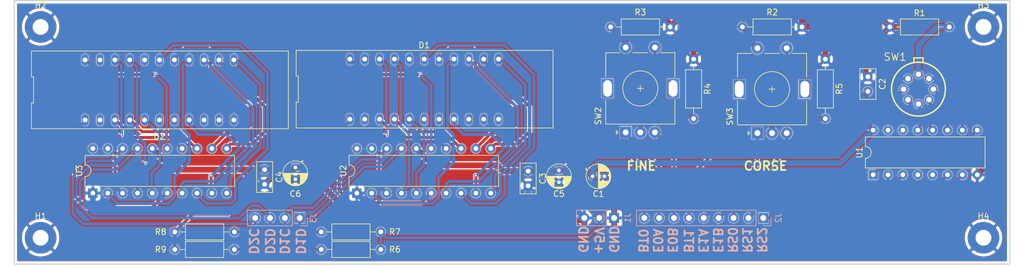
<source format=kicad_pcb>
(kicad_pcb (version 20240108) (generator "pcbnew") (generator_version "8.0")
  (layers (0 "F.Cu" signal) (31 "B.Cu" signal) (34 "B.Paste" user) (35 "F.Paste" user) (36 "B.SilkS" user "B.Silkscreen") (37 "F.SilkS" user "F.Silkscreen") (38 "B.Mask" user) (39 "F.Mask" user) (44 "Edge.Cuts" user))
  (net 0 "")
  (net 1 "VDD")
  (net 2 "GND")
  (net 3 "/D1_SEG1")
  (net 4 "/D1_SEG5")
  (net 5 "/D1_GRID6")
  (net 6 "/D1_GRID5")
  (net 7 "/D1_GRID1")
  (net 8 "/D1_GRID3")
  (net 9 "/D1_GRID2")
  (net 10 "/D1_SEG4")
  (net 11 "/D1_SEG3")
  (net 12 "/D1_SEG6")
  (net 13 "/D1_GRID4")
  (net 14 "/D1_SEG7")
  (net 15 "/D1_SEG8")
  (net 16 "/D1_SEG2")
  (net 17 "/D2_GRID4")
  (net 18 "/D2_SEG3")
  (net 19 "/D2_SEG6")
  (net 20 "/D2_GRID6")
  (net 21 "/D2_GRID3")
  (net 22 "/D2_SEG7")
  (net 23 "/D2_GRID1")
  (net 24 "/D2_SEG8")
  (net 25 "/D2_GRID2")
  (net 26 "/D2_SEG1")
  (net 27 "/D2_SEG2")
  (net 28 "/D2_GRID5")
  (net 29 "/D2_SEG5")
  (net 30 "/D2_SEG4")
  (net 31 "/D1_DIO")
  (net 32 "/D2_DIO")
  (net 33 "/D2_CLK")
  (net 34 "/D1_CLK")
  (net 35 "/rotaryEI_B")
  (net 36 "/rotaryEO_B")
  (net 37 "/RSWO_2")
  (net 38 "/rotaryEO_A")
  (net 39 "/rotaryEI_A")
  (net 40 "/RSWO_1")
  (net 41 "/RSWO_3")
  (net 42 "Net-(R2-Pad2)")
  (net 43 "Net-(R3-Pad2)")
  (net 44 "Net-(R4-Pad2)")
  (net 45 "/RSW_5")
  (net 46 "/RSW_4")
  (net 47 "/RSW_2")
  (net 48 "/RSW_3")
  (net 49 "/RSW_1")
  (net 50 "/RSW_7")
  (net 51 "/RSW_6")
  (net 60 "/BUTTON_1")
  (net 61 "Net-(R1-Pad2)")
  (net 62 "Net-(R5-Pad2)")
  (net 63 "/BUTTON_0")
  (footprint "Package_DIP:DIP-16_W7.62mm" (layer "F.Cu") (at 231.16 119.74 90)
    (property "Reference" "U1")
    (property "Value" "74LS148")
  )
  (footprint "MountingHole:MountingHole_2.7mm_M2.5_Pad" (layer "F.Cu") (at 250 130.5)
    (property "Reference" "H4")
    (property "Value" "MountingHole_Pad")
  )
  (footprint "Package_DIP:DIP-20_W7.62mm" (layer "F.Cu") (at 143 122.875 90)
    (property "Reference" "U2")
    (property "Value" "TM1637")
  )
  (footprint "Resistor_THT:R_Axial_DIN0207_L6.3mm_D2.5mm_P10.16mm_Horizontal" (layer "F.Cu") (at 200.5 100 -90)
    (property "Reference" "R4")
    (property "Value" "1k")
  )
  (footprint "Capacitor_THT:CP_Radial_D4.0mm_P2.00mm" (layer "F.Cu") (at 183.25 120)
    (property "Reference" "C1")
    (property "Value" "100uF")
  )
  (footprint "Capacitor_THT:C_Disc_D5.0mm_W2.5mm_P2.50mm" (layer "F.Cu") (at 127.25 118.875 -90)
    (property "Reference" "C4")
    (property "Value" "100nF")
  )
  (footprint "Capacitor_THT:CP_Radial_D4.0mm_P2.00mm" (layer "F.Cu") (at 177.5 119 -90)
    (property "Reference" "C5")
    (property "Value" "100uF")
  )
  (footprint "Resistor_THT:R_Axial_DIN0207_L6.3mm_D2.5mm_P10.16mm_Horizontal" (layer "F.Cu") (at 136.92 129.5)
    (property "Reference" "R7")
    (property "Value" "10k")
  )
  (footprint "radio_footprints:ALPSALPINE EC11E09444A8" (layer "F.Cu") (at 188.9 112.5 90)
    (property "Reference" "SW2")
    (property "Value" "RotaryEncoder_Switch")
  )
  (footprint "Resistor_THT:R_Axial_DIN0207_L6.3mm_D2.5mm_P10.16mm_Horizontal" (layer "F.Cu") (at 122.08 129.5 180)
    (property "Reference" "R8")
    (property "Value" "10k")
  )
  (footprint "Capacitor_THT:C_Disc_D5.0mm_W2.5mm_P2.50mm" (layer "F.Cu") (at 230.25 103 -90)
    (property "Reference" "C2")
    (property "Value" "100nF")
  )
  (footprint "Capacitor_THT:C_Disc_D5.0mm_W2.5mm_P2.50mm" (layer "F.Cu") (at 172.25 119.125 -90)
    (property "Reference" "C3")
    (property "Value" "100nF")
  )
  (footprint "MountingHole:MountingHole_2.7mm_M2.5_Pad" (layer "F.Cu") (at 250 94.5)
    (property "Reference" "H3")
    (property "Value" "MountingHole_Pad")
  )
  (footprint "Resistor_THT:R_Axial_DIN0207_L6.3mm_D2.5mm_P10.16mm_Horizontal" (layer "F.Cu") (at 196.5 94.5 180)
    (property "Reference" "R3")
    (property "Value" "1k")
  )
  (footprint "radio_footprints:FJ3661AH-DIP22" (layer "F.Cu") (at 109.3 105.255)
    (property "Reference" "D2")
    (property "Value" "FJ3661AH")
  )
  (footprint "radio_footprints:ALPSALPINE EC11E09444A8" (layer "F.Cu") (at 211.4 112.62 90)
    (property "Reference" "SW3")
    (property "Value" "RotaryEncoder_Switch")
  )
  (footprint "radio_footprints:SW-TH_RS-08-300-150GF" (layer "F.Cu") (at 238.9 105.12)
    (property "Reference" "SW1")
    (property "Value" "RS-08 300±150GF")
  )
  (footprint "Resistor_THT:R_Axial_DIN0207_L6.3mm_D2.5mm_P10.16mm_Horizontal" (layer "F.Cu") (at 234 94.5)
    (property "Reference" "R1")
    (property "Value" "1k")
  )
  (footprint "Capacitor_THT:CP_Radial_D4.0mm_P2.00mm" (layer "F.Cu") (at 132.5 118.5 -90)
    (property "Reference" "C6")
    (property "Value" "100uF")
  )
  (footprint "Resistor_THT:R_Axial_DIN0207_L6.3mm_D2.5mm_P10.16mm_Horizontal" (layer "F.Cu") (at 136.92 132.5)
    (property "Reference" "R6")
    (property "Value" "10k")
  )
  (footprint "MountingHole:MountingHole_2.7mm_M2.5_Pad" (layer "F.Cu") (at 89 94.5)
    (property "Reference" "H2")
    (property "Value" "MountingHole_Pad")
  )
  (footprint "Resistor_THT:R_Axial_DIN0207_L6.3mm_D2.5mm_P10.16mm_Horizontal" (layer "F.Cu") (at 219 94.5 180)
    (property "Reference" "R2")
    (property "Value" "1k")
  )
  (footprint "Resistor_THT:R_Axial_DIN0207_L6.3mm_D2.5mm_P10.16mm_Horizontal" (layer "F.Cu") (at 223 100 -90)
    (property "Reference" "R5")
    (property "Value" "1k")
  )
  (footprint "Resistor_THT:R_Axial_DIN0207_L6.3mm_D2.5mm_P10.16mm_Horizontal" (layer "F.Cu") (at 122.08 132.5 180)
    (property "Reference" "R9")
    (property "Value" "10k")
  )
  (footprint "Package_DIP:DIP-20_W7.62mm" (layer "F.Cu") (at 97.92 122.875 90)
    (property "Reference" "U3")
    (property "Value" "TM1637")
  )
  (footprint "radio_footprints:FJ3661AH-DIP22" (layer "F.Cu") (at 154.5 105.125)
    (property "Reference" "D1")
    (property "Value" "FJ3661AH")
  )
  (footprint "MountingHole:MountingHole_2.7mm_M2.5_Pad" (layer "F.Cu") (at 89 130.5)
    (property "Reference" "H1")
    (property "Value" "MountingHole_Pad")
  )
  (footprint "Connector_PinHeader_2.54mm:PinHeader_1x03_P2.54mm_Vertical" (layer "B.Cu") (at 186.925 127.12 90)
    (property "Reference" "J1")
    (property "Value" "Conn_01x03")
  )
  (footprint "Connector_PinHeader_2.54mm:PinHeader_1x09_P2.54mm_Vertical" (layer "B.Cu") (at 212.4 127.12 90)
    (property "Reference" "J2")
    (property "Value" "Conn_01x09")
  )
  (footprint "Connector_PinHeader_2.54mm:PinHeader_1x04_P2.54mm_Vertical" (layer "B.Cu") (at 133.25 127.125 90)
    (property "Reference" "J3")
    (property "Value" "Conn_01x04")
  )
  (gr_rect (start 84.5 90) (end 254.5 135) (stroke (width 0.2)) (fill none) (layer "Edge.Cuts"))
  (gr_text "BT0" (at 191 133.25 270) (layer "B.SilkS") (effects (font (size 1.5 1.5) (thickness 0.3) (bold yes)) (justify left bottom mirror)))
  (gr_text "GND" (at 180.75 133.25 -90) (layer "B.SilkS") (effects (font (size 1.5 1.5) (thickness 0.3) (bold yes)) (justify left bottom mirror)))
  (gr_text "D1D" (at 132.5 133.5 270) (layer "B.SilkS") (effects (font (size 1.5 1.5) (thickness 0.3) (bold yes)) (justify left bottom mirror)))
  (gr_text "RS0" (at 206.25 133.25 270) (layer "B.SilkS") (effects (font (size 1.5 1.5) (thickness 0.3) (bold yes)) (justify left bottom mirror)))
  (gr_text "+5V" (at 183.5 133.5 270) (layer "B.SilkS") (effects (font (size 1.5 1.5) (thickness 0.3) (bold yes)) (justify left bottom mirror)))
  (gr_text "RS1\n" (at 208.75 133.25 270) (layer "B.SilkS") (effects (font (size 1.5 1.5) (thickness 0.3) (bold yes)) (justify left bottom mirror)))
  (gr_text "GND" (at 186 133.25 -90) (layer "B.SilkS") (effects (font (size 1.5 1.5) (thickness 0.3) (bold yes)) (justify left bottom mirror)))
  (gr_text "D1C" (at 129.75 133.5 270) (layer "B.SilkS") (effects (font (size 1.5 1.5) (thickness 0.3) (bold yes)) (justify left bottom mirror)))
  (gr_text "E0A" (at 193.5 133.25 270) (layer "B.SilkS") (effects (font (size 1.5 1.5) (thickness 0.3) (bold yes)) (justify left bottom mirror)))
  (gr_text "BT1\n" (at 198.75 133.25 270) (layer "B.SilkS") (effects (font (size 1.5 1.5) (thickness 0.3) (bold yes)) (justify left bottom mirror)))
  (gr_text "RS2" (at 211.25 133.25 270) (layer "B.SilkS") (effects (font (size 1.5 1.5) (thickness 0.3) (bold yes)) (justify left bottom mirror)))
  (gr_text "E0B\n" (at 196 133.25 270) (layer "B.SilkS") (effects (font (size 1.5 1.5) (thickness 0.3) (bold yes)) (justify left bottom mirror)))
  (gr_text "E1A" (at 201.25 133.25 270) (layer "B.SilkS") (effects (font (size 1.5 1.5) (thickness 0.3) (bold yes)) (justify left bottom mirror)))
  (gr_text "D2D" (at 127.25 133.5 270) (layer "B.SilkS") (effects (font (size 1.5 1.5) (thickness 0.3) (bold yes)) (justify left bottom mirror)))
  (gr_text "E1B" (at 203.75 133.25 270) (layer "B.SilkS") (effects (font (size 1.5 1.5) (thickness 0.3) (bold yes)) (justify left bottom mirror)))
  (gr_text "D2C" (at 124.5 133.5 270) (layer "B.SilkS") (effects (font (size 1.5 1.5) (thickness 0.3) (bold yes)) (justify left bottom mirror)))
  (gr_text "CORSE" (at 208.9 119.12 0) (layer "F.SilkS") (effects (font (size 1.5 1.5) (thickness 0.3) (bold yes)) (justify left bottom)))
  (gr_text "FINE" (at 188.9 119.12 0) (layer "F.SilkS") (effects (font (size 1.5 1.5) (thickness 0.3) (bold yes)) (justify left bottom)))
  (segment (start 177.75 126) (end 179 124.75) (width 1) (layer "F.Cu") (net 1))
  (segment (start 111.7 118.875) (end 124 118.875) (width 1) (layer "F.Cu") (net 1))
  (segment (start 179 124.75) (end 182.015 124.75) (width 1) (layer "F.Cu") (net 1))
  (segment (start 182.015 124.75) (end 184.385 127.12) (width 1) (layer "F.Cu") (net 1))
  (segment (start 121 126.5) (end 114.92 126.5) (width 0.5) (layer "F.Cu") (net 1))
  (segment (start 111.92 129.5) (end 111.92 132.5) (width 0.5) (layer "F.Cu") (net 1))
  (segment (start 182.25 119) (end 177.5 119) (width 1) (layer "F.Cu") (net 1))
  (segment (start 141.5 126) (end 177.75 126) (width 1) (layer "F.Cu") (net 1))
  (segment (start 108.08 115.255) (end 111.7 118.875) (width 1) (layer "F.Cu") (net 1))
  (segment (start 134 118.5) (end 141.5 126) (width 1) (layer "F.Cu") (net 1))
  (segment (start 127.25 118.875) (end 132.125 118.875) (width 1) (layer "F.Cu") (net 1))
  (segment (start 114.92 126.5) (end 111.92 129.5) (width 0.5) (layer "F.Cu") (net 1))
  (segment (start 177.375 119.125) (end 177.5 119) (width 1) (layer "F.Cu") (net 1))
  (segment (start 124 118.875) (end 127.25 118.875) (width 1) (layer "F.Cu") (net 1))
  (segment (start 229.9 110.86) (end 231.16 112.12) (width 1) (layer "F.Cu") (net 1))
  (segment (start 184.5 121.25) (end 183.25 120) (width 1) (layer "F.Cu") (net 1))
  (segment (start 230.25 105.5) (end 229.9 105.85) (width 1) (layer "F.Cu") (net 1))
  (segment (start 124 118.875) (end 124 123.5) (width 0.5) (layer "F.Cu") (net 1))
  (segment (start 156.03 118.125) (end 167 118.125) (width 1) (layer "F.Cu") (net 1))
  (segment (start 168 119.125) (end 172.25 119.125) (width 1) (layer "F.Cu") (net 1))
  (segment (start 132.125 118.875) (end 132.5 118.5) (width 1) (layer "F.Cu") (net 1))
  (segment (start 132.5 118.5) (end 134 118.5) (width 1) (layer "F.Cu") (net 1))
  (segment (start 172.25 119.125) (end 177.375 119.125) (width 1) (layer "F.Cu") (net 1))
  (segment (start 153.16 115.255) (end 156.03 118.125) (width 1) (layer "F.Cu") (net 1))
  (segment (start 183.25 120) (end 182.25 119) (width 1) (layer "F.Cu") (net 1))
  (segment (start 184.5 127.005) (end 184.5 121.25) (width 1) (layer "F.Cu") (net 1))
  (segment (start 184.385 127.12) (end 184.5 127.005) (width 1) (layer "F.Cu") (net 1))
  (segment (start 167 118.125) (end 168 119.125) (width 1) (layer "F.Cu") (net 1))
  (segment (start 124 123.5) (end 121 126.5) (width 0.5) (layer "F.Cu") (net 1))
  (segment (start 229.9 105.85) (end 229.9 110.86) (width 1) (layer "F.Cu") (net 1))
  (segment (start 148.08 130.5) (end 182.5 130.5) (width 0.5) (layer "B.Cu") (net 1))
  (segment (start 225.53 117.75) (end 184.25 117.75) (width 1) (layer "B.Cu") (net 1))
  (segment (start 147.08 129.5) (end 148.08 130.5) (width 0.5) (layer "B.Cu") (net 1))
  (segment (start 184.385 128.615) (end 184.385 127.12) (width 0.5) (layer "B.Cu") (net 1))
  (segment (start 184.25 117.75) (end 183.25 118.75) (width 1) (layer "B.Cu") (net 1))
  (segment (start 225.53 117.75) (end 231.16 112.12) (width 1) (layer "B.Cu") (net 1))
  (segment (start 182.5 130.5) (end 184.385 128.615) (width 0.5) (layer "B.Cu") (net 1))
  (segment (start 183.25 118.75) (end 183.25 120) (width 1) (layer "B.Cu") (net 1))
  (segment (start 147.08 132.5) (end 147.08 129.5) (width 0.5) (layer "B.Cu") (net 1))
  (segment (start 219 94.5) (end 220.38 93.12) (width 1) (layer "F.Cu") (net 2))
  (segment (start 251 117.68) (end 248.94 119.74) (width 1) (layer "F.Cu") (net 2))
  (segment (start 229.9 98.6) (end 234 94.5) (width 1) (layer "F.Cu") (net 2))
  (segment (start 223 97.12) (end 223 100) (width 1) (layer "F.Cu") (net 2))
  (segment (start 181.465 127.5) (end 181.845 127.12) (width 1) (layer "F.Cu") (net 2))
  (segment (start 181.845 127.12) (end 181.845 128.565) (width 1) (layer "F.Cu") (net 2))
  (segment (start 204.41 91.61) (end 217.49 91.61) (width 1) (layer "F.Cu") (net 2))
  (segment (start 186.925 129.095) (end 186.925 127.12) (width 1) (layer "F.Cu") (net 2))
  (segment (start 181.75 113) (end 181.75 93.75) (width 1) (layer "F.Cu") (net 2))
  (segment (start 185.25 116.5) (end 181.75 113) (width 1) (layer "F.Cu") (net 2))
  (segment (start 230.25 103) (end 229.9 102.65) (width 1) (layer "F.Cu") (net 2))
  (segment (start 200.5 95.52) (end 200.5 100) (width 1) (layer "F.Cu") (net 2))
  (segment (start 127.25 121.375) (end 128.25 120.375) (width 1) (layer "F.Cu") (net 2))
  (segment (start 182.9 129.62) (end 186.4 129.62) (width 1) (layer "F.Cu") (net 2))
  (segment (start 185.25 120) (end 185.25 116.5) (width 1) (layer "F.Cu") (net 2))
  (segment (start 196.5 94) (end 196.5 94.5) (width 1) (layer "F.Cu") (net 2))
  (segment (start 232.62 93.12) (end 234 94.5) (width 1) (layer "F.Cu") (net 2))
  (segment (start 196.5 94.5) (end 197.88 93.12) (width 1) (layer "F.Cu") (net 2))
  (segment (start 202.9 93.12) (end 200.5 95.52) (width 1) (layer "F.Cu") (net 2))
  (segment (start 251 106.75) (end 251 117.68) (width 1) (layer "F.Cu") (net 2))
  (segment (start 128.25 120.375) (end 133.375 120.375) (width 1) (layer "F.Cu") (net 2))
  (segment (start 181.75 93.75) (end 183.5 92) (width 1) (layer "F.Cu") (net 2))
  (segment (start 140.5 127.5) (end 181.465 127.5) (width 1) (layer "F.Cu") (net 2))
  (segment (start 197.88 93.12) (end 202.9 93.12) (width 1) (layer "F.Cu") (net 2))
  (segment (start 186.925 127.12) (end 186.925 121.675) (width 1) (layer "F.Cu") (net 2))
  (segment (start 186.4 129.62) (end 186.925 129.095) (width 1) (layer "F.Cu") (net 2))
  (segment (start 238.75 94.5) (end 251 106.75) (width 1) (layer "F.Cu") (net 2))
  (segment (start 217.49 91.61) (end 219 93.12) (width 1) (layer "F.Cu") (net 2))
  (segment (start 219 93.12) (end 219 94.5) (width 1) (layer "F.Cu") (net 2))
  (segment (start 229.9 102.65) (end 229.9 98.6) (width 1) (layer "F.Cu") (net 2))
  (segment (start 186.925 121.675) (end 185.25 120) (width 1) (layer "F.Cu") (net 2))
  (segment (start 220.38 94.5) (end 223 97.12) (width 1) (layer "F.Cu") (net 2))
  (segment (start 181.845 128.565) (end 182.9 129.62) (width 1) (layer "F.Cu") (net 2))
  (segment (start 183.5 92) (end 194.5 92) (width 1) (layer "F.Cu") (net 2))
  (segment (start 202.9 93.12) (end 204.41 91.61) (width 1) (layer "F.Cu") (net 2))
  (segment (start 220.38 93.12) (end 232.62 93.12) (width 1) (layer "F.Cu") (net 2))
  (segment (start 219 94.5) (end 220.38 94.5) (width 1) (layer "F.Cu") (net 2))
  (segment (start 133.375 120.375) (end 140.5 127.5) (width 1) (layer "F.Cu") (net 2))
  (segment (start 234 94.5) (end 238.75 94.5) (width 1) (layer "F.Cu") (net 2))
  (segment (start 194.5 92) (end 196.5 94) (width 1) (layer "F.Cu") (net 2))
  (segment (start 99.25 125.875) (end 121.75 125.875) (width 1) (layer "B.Cu") (net 2))
  (segment (start 169.75 127.375) (end 147.5 127.375) (width 1) (layer "B.Cu") (net 2))
  (segment (start 126.25 121.375) (end 127.25 121.375) (width 1) (layer "B.Cu") (net 2))
  (segment (start 181.845 127.12) (end 179.975 125.25) (width 1) (layer "B.Cu") (net 2))
  (segment (start 121.75 125.875) (end 126.25 121.375) (width 1) (layer "B.Cu") (net 2))
  (segment (start 179.975 125.25) (end 178.375 125.25) (width 1) (layer "B.Cu") (net 2))
  (segment (start 97.92 124.545) (end 99.25 125.875) (width 1) (layer "B.Cu") (net 2))
  (segment (start 147.5 127.375) (end 143 122.875) (width 1) (layer "B.Cu") (net 2))
  (segment (start 177.125 121.375) (end 172.5 121.375) (width 1) (layer "B.Cu") (net 2))
  (segment (start 97.92 122.875) (end 97.92 124.545) (width 1) (layer "B.Cu") (net 2))
  (segment (start 177.5 121) (end 177.125 121.375) (width 1) (layer "B.Cu") (net 2))
  (segment (start 177.5 121) (end 177.5 124.375) (width 1) (layer "B.Cu") (net 2))
  (segment (start 177.5 124.375) (end 178.375 125.25) (width 1) (layer "B.Cu") (net 2))
  (segment (start 172.25 124.875) (end 169.75 127.375) (width 1) (layer "B.Cu") (net 2))
  (segment (start 172.5 121.375) (end 172.25 121.625) (width 1) (layer "B.Cu") (net 2))
  (segment (start 172.25 121.625) (end 172.25 124.875) (width 1) (layer "B.Cu") (net 2))
  (segment (start 156 124.625) (end 156.97 123.655) (width 0.5) (layer "B.Cu") (net 3))
  (segment (start 158.5 111.875) (end 158.5 101.075) (width 0.5) (layer "B.Cu") (net 3))
  (segment (start 159.5 117.625) (end 159.5 112.875) (width 0.5) (layer "B.Cu") (net 3))
  (segment (start 156.97 120.155) (end 159.5 117.625) (width 0.5) (layer "B.Cu") (net 3))
  (segment (start 147.29 124.625) (end 156 124.625) (width 0.5) (layer "B.Cu") (net 3))
  (segment (start 159.5 112.875) (end 158.5 111.875) (width 0.5) (layer "B.Cu") (net 3))
  (segment (start 145.54 122.875) (end 147.29 124.625) (width 0.5) (layer "B.Cu") (net 3))
  (segment (start 158.5 101.075) (end 159.58 99.995) (width 0.5) (layer "B.Cu") (net 3))
  (segment (start 156.97 123.655) (end 156.97 120.155) (width 0.5) (layer "B.Cu") (net 3))
  (segment (start 141.8 110.575) (end 141.8 110.255) (width 0.5) (layer "F.Cu") (net 4))
  (segment (start 140 122.5) (end 140 112.375) (width 0.5) (layer "F.Cu") (net 4))
  (segment (start 140 112.375) (end 141.8 110.575) (width 0.5) (layer "F.Cu") (net 4))
  (segment (start 154.075 124.5) (end 142 124.5) (width 0.5) (layer "F.Cu") (net 4))
  (segment (start 142 124.5) (end 140 122.5) (width 0.5) (layer "F.Cu") (net 4))
  (segment (start 155.7 122.875) (end 154.075 124.5) (width 0.5) (layer "F.Cu") (net 4))
  (segment (start 166.61 119.765) (end 166.61 122.125) (width 0.5) (layer "B.Cu") (net 5))
  (segment (start 171.75 104.375) (end 171.75 114.625) (width 0.5) (layer "B.Cu") (net 5))
  (segment (start 167.2 99.995) (end 167.37 99.995) (width 0.5) (layer "B.Cu") (net 5))
  (segment (start 171.75 114.625) (end 166.61 119.765) (width 0.5) (layer "B.Cu") (net 5))
  (segment (start 167.37 99.995) (end 171.75 104.375) (width 0.5) (layer "B.Cu") (net 5))
  (segment (start 166.61 122.125) (end 165.86 122.875) (width 0.5) (layer "B.Cu") (net 5))
  (segment (start 164.66 100.285) (end 172.5 108.125) (width 0.5) (layer "F.Cu") (net 6))
  (segment (start 166.61 114.505) (end 165.86 115.255) (width 0.5) (layer "F.Cu") (net 6))
  (segment (start 170.37 114.505) (end 166.61 114.505) (width 0.5) (layer "F.Cu") (net 6))
  (segment (start 164.66 99.995) (end 164.66 100.285) (width 0.5) (layer "F.Cu") (net 6))
  (segment (start 172.5 112.375) (end 170.37 114.505) (width 0.5) (layer "F.Cu") (net 6))
  (segment (start 172.5 108.125) (end 172.5 112.375) (width 0.5) (layer "F.Cu") (net 6))
  (segment (start 144.43 102.625) (end 141.8 99.995) (width 0.5) (layer "F.Cu") (net 7))
  (segment (start 153.75 102.625) (end 144.43 102.625) (width 0.5) (layer "F.Cu") (net 7))
  (via (at 153.75 102.625) (size 0.6) (drill 0.3) (layers "F.Cu" "B.Cu") (net 7))
  (segment (start 153.75 102.625) (end 155.7 104.575) (width 0.5) (layer "B.Cu") (net 7))
  (segment (start 155.7 104.575) (end 155.7 115.255) (width 0.5) (layer "B.Cu") (net 7))
  (segment (start 157.9 112.375) (end 151.54 112.375) (width 0.5) (layer "F.Cu") (net 8))
  (segment (start 160.78 115.255) (end 157.9 112.375) (width 0.5) (layer "F.Cu") (net 8))
  (segment (start 151.54 112.375) (end 149.42 110.255) (width 0.5) (layer "F.Cu") (net 8))
  (segment (start 158.24 115.255) (end 156.36 113.375) (width 0.5) (layer "F.Cu") (net 9))
  (segment (start 150 113.375) (end 146.88 110.255) (width 0.5) (layer "F.Cu") (net 9))
  (segment (start 156.36 113.375) (end 150 113.375) (width 0.5) (layer "F.Cu") (net 9))
  (segment (start 153.16 122.875) (end 153.16 119.465) (width 0.5) (layer "B.Cu") (net 10))
  (segment (start 154.43 112.725) (end 151.96 110.255) (width 0.5) (layer "B.Cu") (net 10))
  (segment (start 153.16 119.465) (end 154.43 118.195) (width 0.5) (layer "B.Cu") (net 10))
  (segment (start 154.43 118.195) (end 154.43 112.725) (width 0.5) (layer "B.Cu") (net 10))
  (segment (start 150.5 111.375) (end 150.5 101.075) (width 0.5) (layer "B.Cu") (net 11))
  (segment (start 151.9 121.595) (end 151.9 112.775) (width 0.5) (layer "B.Cu") (net 11))
  (segment (start 151.9 112.775) (end 150.5 111.375) (width 0.5) (layer "B.Cu") (net 11))
  (segment (start 150.62 122.875) (end 151.9 121.595) (width 0.5) (layer "B.Cu") (net 11))
  (segment (start 150.5 101.075) (end 149.42 99.995) (width 0.5) (layer "B.Cu") (net 11))
  (segment (start 158.24 122.875) (end 158.24 121.385) (width 0.5) (layer "B.Cu") (net 12))
  (segment (start 170.5 114.125) (end 170.5 108.375) (width 0.5) (layer "B.Cu") (net 12))
  (segment (start 158.24 121.385) (end 158.75 120.875) (width 0.5) (layer "B.Cu") (net 12))
  (segment (start 170.5 108.375) (end 162.12 99.995) (width 0.5) (layer "B.Cu") (net 12))
  (segment (start 158.75 120.875) (end 163.75 120.875) (width 0.5) (layer "B.Cu") (net 12))
  (segment (start 163.75 120.875) (end 170.5 114.125) (width 0.5) (layer "B.Cu") (net 12))
  (segment (start 165.95 112.625) (end 168.5 112.625) (width 0.5) (layer "F.Cu") (net 13))
  (segment (start 169.25 107.375) (end 163.25 101.375) (width 0.5) (layer "F.Cu") (net 13))
  (segment (start 170 107.875) (end 169.5 107.375) (width 0.5) (layer "F.Cu") (net 13))
  (segment (start 163.25 98.625) (end 162.75 98.125) (width 0.5) (layer "F.Cu") (net 13))
  (segment (start 170 111.375) (end 170 107.875) (width 0.5) (layer "F.Cu") (net 13))
  (segment (start 162.75 98.125) (end 158.91 98.125) (width 0.5) (layer "F.Cu") (net 13))
  (segment (start 169.5 107.375) (end 169.25 107.375) (width 0.5) (layer "F.Cu") (net 13))
  (segment (start 163.25 101.375) (end 163.25 98.625) (width 0.5) (layer "F.Cu") (net 13))
  (segment (start 168.5 112.625) (end 169.75 111.375) (width 0.5) (layer "F.Cu") (net 13))
  (segment (start 163.32 115.255) (end 165.95 112.625) (width 0.5) (layer "F.Cu") (net 13))
  (segment (start 169.75 111.375) (end 170 111.375) (width 0.5) (layer "F.Cu") (net 13))
  (segment (start 158.91 98.125) (end 157.04 99.995) (width 0.5) (layer "F.Cu") (net 13))
  (segment (start 162.53 124.625) (end 166.75 124.625) (width 0.5) (layer "B.Cu") (net 14))
  (segment (start 166.75 124.625) (end 168.25 123.125) (width 0.5) (layer "B.Cu") (net 14))
  (segment (start 173.25 102.625) (end 168.25 97.625) (width 0.5) (layer "B.Cu") (net 14))
  (segment (start 168.25 120.125) (end 173.25 115.125) (width 0.5) (layer "B.Cu") (net 14))
  (segment (start 168.25 97.625) (end 156.87 97.625) (width 0.5) (layer "B.Cu") (net 14))
  (segment (start 168.25 123.125) (end 168.25 120.125) (width 0.5) (layer "B.Cu") (net 14))
  (segment (start 160.78 122.875) (end 162.53 124.625) (width 0.5) (layer "B.Cu") (net 14))
  (segment (start 156.87 97.625) (end 154.5 99.995) (width 0.5) (layer "B.Cu") (net 14))
  (segment (start 173.25 115.125) (end 173.25 102.625) (width 0.5) (layer "B.Cu") (net 14))
  (segment (start 163.32 119.875) (end 163.32 122.875) (width 0.5) (layer "F.Cu") (net 15))
  (via (at 163.32 119.875) (size 0.6) (drill 0.3) (layers "F.Cu" "B.Cu") (net 15))
  (segment (start 166 112.875) (end 161.25 112.875) (width 0.5) (layer "B.Cu") (net 15))
  (segment (start 168 115.375) (end 168 114.875) (width 0.5) (layer "B.Cu") (net 15))
  (segment (start 161.25 112.875) (end 159.58 111.205) (width 0.5) (layer "B.Cu") (net 15))
  (segment (start 163.5 119.875) (end 168 115.375) (width 0.5) (layer "B.Cu") (net 15))
  (segment (start 168 114.875) (end 166 112.875) (width 0.5) (layer "B.Cu") (net 15))
  (segment (start 159.58 111.205) (end 159.58 110.255) (width 0.5) (layer "B.Cu") (net 15))
  (segment (start 163.32 119.875) (end 163.5 119.875) (width 0.5) (layer "B.Cu") (net 15))
  (segment (start 148.08 122.875) (end 146.8 121.595) (width 0.5) (layer "F.Cu") (net 16))
  (segment (start 146.8 121.595) (end 146.8 114.075) (width 0.5) (layer "F.Cu") (net 16))
  (segment (start 146.8 114.075) (end 148 112.875) (width 0.5) (layer "F.Cu") (net 16))
  (via (at 148 112.875) (size 0.6) (drill 0.3) (layers "F.Cu" "B.Cu") (net 16))
  (segment (start 148 112.875) (end 148 101.115) (width 0.5) (layer "B.Cu") (net 16))
  (segment (start 148 101.115) (end 146.88 99.995) (width 0.5) (layer "B.Cu") (net 16))
  (segment (start 117.54 98.125) (end 113.7 98.125) (width 0.5) (layer "F.Cu") (net 17))
  (segment (start 124.79 111.375) (end 124.79 107.875) (width 0.5) (layer "F.Cu") (net 17))
  (segment (start 123.29 112.625) (end 124.54 111.375) (width 0.5) (layer "F.Cu") (net 17))
  (segment (start 113.7 98.125) (end 111.83 99.995) (width 0.5) (layer "F.Cu") (net 17))
  (segment (start 120.74 112.625) (end 123.29 112.625) (width 0.5) (layer "F.Cu") (net 17))
  (segment (start 124.54 111.375) (end 124.79 111.375) (width 0.5) (layer "F.Cu") (net 17))
  (segment (start 124.04 107.375) (end 118.04 101.375) (width 0.5) (layer "F.Cu") (net 17))
  (segment (start 118.04 101.375) (end 118.04 98.625) (width 0.5) (layer "F.Cu") (net 17))
  (segment (start 124.29 107.375) (end 124.04 107.375) (width 0.5) (layer "F.Cu") (net 17))
  (segment (start 118.04 98.625) (end 117.54 98.125) (width 0.5) (layer "F.Cu") (net 17))
  (segment (start 118.11 115.255) (end 120.74 112.625) (width 0.5) (layer "F.Cu") (net 17))
  (segment (start 124.79 107.875) (end 124.29 107.375) (width 0.5) (layer "F.Cu") (net 17))
  (segment (start 105.54 122.875) (end 105.54 118.835) (width 0.5) (layer "F.Cu") (net 18))
  (segment (start 105.54 118.835) (end 106.75 117.625) (width 0.5) (layer "F.Cu") (net 18))
  (via (at 106.75 117.625) (size 0.6) (drill 0.3) (layers "F.Cu" "B.Cu") (net 18))
  (segment (start 106.82 117.555) (end 106.82 114.44) (width 0.5) (layer "B.Cu") (net 18))
  (segment (start 105.48 101.385) (end 104.22 100.125) (width 0.5) (layer "B.Cu") (net 18))
  (segment (start 106.75 117.625) (end 106.82 117.555) (width 0.5) (layer "B.Cu") (net 18))
  (segment (start 105.48 113.1) (end 105.48 101.385) (width 0.5) (layer "B.Cu") (net 18))
  (segment (start 106.82 114.44) (end 105.48 113.1) (width 0.5) (layer "B.Cu") (net 18))
  (segment (start 118.54 120.875) (end 125.29 114.125) (width 0.5) (layer "B.Cu") (net 19))
  (segment (start 113.03 121.385) (end 113.54 120.875) (width 0.5) (layer "B.Cu") (net 19))
  (segment (start 113.03 122.875) (end 113.03 121.385) (width 0.5) (layer "B.Cu") (net 19))
  (segment (start 125.29 108.375) (end 116.91 99.995) (width 0.5) (layer "B.Cu") (net 19))
  (segment (start 125.29 114.125) (end 125.29 108.375) (width 0.5) (layer "B.Cu") (net 19))
  (segment (start 113.54 120.875) (end 118.54 120.875) (width 0.5) (layer "B.Cu") (net 19))
  (segment (start 122.16 99.995) (end 126.5 104.335) (width 0.5) (layer "B.Cu") (net 20))
  (segment (start 121.99 99.995) (end 122.16 99.995) (width 0.5) (layer "B.Cu") (net 20))
  (segment (start 126.5 115.125) (end 121.4 120.225) (width 0.5) (layer "B.Cu") (net 20))
  (segment (start 121.4 120.225) (end 121.4 122.125) (width 0.5) (layer "B.Cu") (net 20))
  (segment (start 121.4 122.125) (end 120.65 122.875) (width 0.5) (layer "B.Cu") (net 20))
  (segment (start 126.5 104.335) (end 126.5 115.125) (width 0.5) (layer "B.Cu") (net 20))
  (segment (start 112.69 112.375) (end 106.33 112.375) (width 0.5) (layer "F.Cu") (net 21))
  (segment (start 115.57 115.255) (end 112.69 112.375) (width 0.5) (layer "F.Cu") (net 21))
  (segment (start 106.33 112.375) (end 104.21 110.255) (width 0.5) (layer "F.Cu") (net 21))
  (segment (start 117.32 124.625) (end 121.5 124.625) (width 0.5) (layer "B.Cu") (net 22))
  (segment (start 115.57 122.875) (end 117.32 124.625) (width 0.5) (layer "B.Cu") (net 22))
  (segment (start 111.66 97.625) (end 109.29 99.995) (width 0.5) (layer "B.Cu") (net 22))
  (segment (start 122.25 120.875) (end 127.75 115.375) (width 0.5) (layer "B.Cu") (net 22))
  (segment (start 127.75 102.335) (end 123.04 97.625) (width 0.5) (layer "B.Cu") (net 22))
  (segment (start 127.75 115.375) (end 127.75 102.335) (width 0.5) (layer "B.Cu") (net 22))
  (segment (start 121.5 124.625) (end 122.25 123.875) (width 0.5) (layer "B.Cu") (net 22))
  (segment (start 122.25 123.875) (end 122.25 120.875) (width 0.5) (layer "B.Cu") (net 22))
  (segment (start 123.04 97.625) (end 111.66 97.625) (width 0.5) (layer "B.Cu") (net 22))
  (segment (start 108.54 102.625) (end 99.22 102.625) (width 0.5) (layer "F.Cu") (net 23))
  (segment (start 99.22 102.625) (end 96.59 99.995) (width 0.5) (layer "F.Cu") (net 23))
  (via (at 108.54 102.625) (size 0.6) (drill 0.3) (layers "F.Cu" "B.Cu") (net 23))
  (segment (start 110.49 104.575) (end 110.49 115.255) (width 0.5) (layer "B.Cu") (net 23))
  (segment (start 108.54 102.625) (end 110.49 104.575) (width 0.5) (layer "B.Cu") (net 23))
  (segment (start 118.11 119.875) (end 118.11 122.875) (width 0.5) (layer "F.Cu") (net 24))
  (via (at 118.11 119.875) (size 0.6) (drill 0.3) (layers "F.Cu" "B.Cu") (net 24))
  (segment (start 122.79 114.875) (end 120.79 112.875) (width 0.5) (layer "B.Cu") (net 24))
  (segment (start 120.79 112.875) (end 116.04 112.875) (width 0.5) (layer "B.Cu") (net 24))
  (segment (start 118.29 119.875) (end 122.79 115.375) (width 0.5) (layer "B.Cu") (net 24))
  (segment (start 118.11 119.875) (end 118.29 119.875) (width 0.5) (layer "B.Cu") (net 24))
  (segment (start 116.04 112.875) (end 114.37 111.205) (width 0.5) (layer "B.Cu") (net 24))
  (segment (start 122.79 115.375) (end 122.79 114.875) (width 0.5) (layer "B.Cu") (net 24))
  (segment (start 114.37 111.205) (end 114.37 110.255) (width 0.5) (layer "B.Cu") (net 24))
  (segment (start 113.03 115.255) (end 111.15 113.375) (width 0.5) (layer "F.Cu") (net 25))
  (segment (start 111.15 113.375) (end 104.79 113.375) (width 0.5) (layer "F.Cu") (net 25))
  (segment (start 104.79 113.375) (end 101.67 110.255) (width 0.5) (layer "F.Cu") (net 25))
  (segment (start 114.41 112.995) (end 113.29 111.875) (width 0.5) (layer "B.Cu") (net 26))
  (segment (start 110.79 124.625) (end 111.89 123.525) (width 0.5) (layer "B.Cu") (net 26))
  (segment (start 114.41 117.505) (end 114.41 112.995) (width 0.5) (layer "B.Cu") (net 26))
  (segment (start 113.29 101.075) (end 114.37 99.995) (width 0.5) (layer "B.Cu") (net 26))
  (segment (start 102.08 124.625) (end 110.79 124.625) (width 0.5) (layer "B.Cu") (net 26))
  (segment (start 111.89 123.525) (end 111.89 120.025) (width 0.5) (layer "B.Cu") (net 26))
  (segment (start 111.89 120.025) (end 114.41 117.505) (width 0.5) (layer "B.Cu") (net 26))
  (segment (start 113.29 111.875) (end 113.29 101.075) (width 0.5) (layer "B.Cu") (net 26))
  (segment (start 100.33 122.875) (end 102.08 124.625) (width 0.5) (layer "B.Cu") (net 26))
  (segment (start 101.72 113.945) (end 102.79 112.875) (width 0.5) (layer "F.Cu") (net 27))
  (segment (start 101.72 121.725) (end 101.72 113.945) (width 0.5) (layer "F.Cu") (net 27))
  (segment (start 102.87 122.875) (end 101.72 121.725) (width 0.5) (layer "F.Cu") (net 27))
  (via (at 102.79 112.875) (size 0.6) (drill 0.3) (layers "F.Cu" "B.Cu") (net 27))
  (segment (start 102.79 101.115) (end 101.67 99.995) (width 0.5) (layer "B.Cu") (net 27))
  (segment (start 102.79 112.875) (end 102.79 101.115) (width 0.5) (layer "B.Cu") (net 27))
  (segment (start 127.29 108.125) (end 127.29 112.375) (width 0.5) (layer "F.Cu") (net 28))
  (segment (start 121.4 114.505) (end 120.65 115.255) (width 0.5) (layer "F.Cu") (net 28))
  (segment (start 125.16 114.505) (end 121.4 114.505) (width 0.5) (layer "F.Cu") (net 28))
  (segment (start 127.29 112.375) (end 125.16 114.505) (width 0.5) (layer "F.Cu") (net 28))
  (segment (start 119.45 99.995) (end 119.45 100.285) (width 0.5) (layer "F.Cu") (net 28))
  (segment (start 119.45 100.285) (end 127.29 108.125) (width 0.5) (layer "F.Cu") (net 28))
  (segment (start 107.99 125.375) (end 96.79 125.375) (width 0.5) (layer "F.Cu") (net 29))
  (segment (start 96.79 125.375) (end 94.79 123.375) (width 0.5) (layer "F.Cu") (net 29))
  (segment (start 110.49 122.875) (end 107.99 125.375) (width 0.5) (layer "F.Cu") (net 29))
  (segment (start 94.79 123.375) (end 94.79 112.375) (width 0.5) (layer "F.Cu") (net 29))
  (segment (start 96.59 110.575) (end 96.59 110.255) (width 0.5) (layer "F.Cu") (net 29))
  (segment (start 94.79 112.375) (end 96.59 110.575) (width 0.5) (layer "F.Cu") (net 29))
  (segment (start 109.35 112.855) (end 106.75 110.255) (width 0.5) (layer "B.Cu") (net 30))
  (segment (start 107.95 122.875) (end 107.95 119.465) (width 0.5) (layer "B.Cu") (net 30))
  (segment (start 107.95 119.465) (end 109.35 118.065) (width 0.5) (layer "B.Cu") (net 30))
  (segment (start 109.35 118.065) (end 109.35 112.855) (width 0.5) (layer "B.Cu") (net 30))
  (segment (start 133.25 127.125) (end 133.25 128.75) (width 0.5) (layer "F.Cu") (net 31))
  (segment (start 133.25 128.75) (end 134 129.5) (width 0.5) (layer "F.Cu") (net 31))
  (segment (start 134 129.5) (end 136.92 129.5) (width 0.5) (layer "F.Cu") (net 31))
  (segment (start 135.5 127.125) (end 133.25 127.125) (width 0.5) (layer "B.Cu") (net 31))
  (segment (start 144.25 118.375) (end 135.5 127.125) (width 0.5) (layer "B.Cu") (net 31))
  (segment (start 147.5 118.375) (end 144.25 118.375) (width 0.5) (layer "B.Cu") (net 31))
  (segment (start 150.62 115.255) (end 147.5 118.375) (width 0.5) (layer "B.Cu") (net 31))
  (segment (start 126 132.5) (end 128.17 130.33) (width 0.5) (layer "F.Cu") (net 32))
  (segment (start 122.08 132.5) (end 126 132.5) (width 0.5) (layer "F.Cu") (net 32))
  (segment (start 128.17 130.33) (end 128.17 127.125) (width 0.5) (layer "F.Cu") (net 32))
  (segment (start 95.75 120.875) (end 95.75 125.125) (width 0.5) (layer "B.Cu") (net 32))
  (segment (start 95.75 125.125) (end 97.75 127.125) (width 0.5) (layer "B.Cu") (net 32))
  (segment (start 125 125) (end 126.2725 125) (width 0.5) (layer "B.Cu") (net 32))
  (segment (start 101.92 118.875) (end 97.75 118.875) (width 0.5) (layer "B.Cu") (net 32))
  (segment (start 105.54 115.255) (end 101.92 118.875) (width 0.5) (layer "B.Cu") (net 32))
  (segment (start 122.875 127.125) (end 125 125) (width 0.5) (layer "B.Cu") (net 32))
  (segment (start 97.75 118.875) (end 95.75 120.875) (width 0.5) (layer "B.Cu") (net 32))
  (segment (start 126.2725 125) (end 128.17 126.8975) (width 0.5) (layer "B.Cu") (net 32))
  (segment (start 97.75 127.125) (end 122.875 127.125) (width 0.5) (layer "B.Cu") (net 32))
  (segment (start 128.17 126.8975) (end 128.17 127.125) (width 0.5) (layer "B.Cu") (net 32))
  (segment (start 124.5 129.5) (end 122.08 129.5) (width 0.5) (layer "F.Cu") (net 33))
  (segment (start 125.63 127.125) (end 125.63 128.37) (width 0.5) (layer "F.Cu") (net 33))
  (segment (start 125.63 128.37) (end 124.5 129.5) (width 0.5) (layer "F.Cu") (net 33))
  (segment (start 94.5 126.375) (end 96.25 128.125) (width 0.5) (layer "B.Cu") (net 33))
  (segment (start 103 115.255) (end 100.88 117.375) (width 0.5) (layer "B.Cu") (net 33))
  (segment (start 100.88 117.375) (end 97.25 117.375) (width 0.5) (layer "B.Cu") (net 33))
  (segment (start 124.63 128.125) (end 125.63 127.125) (width 0.5) (layer "B.Cu") (net 33))
  (segment (start 97.25 117.375) (end 94.5 120.125) (width 0.5) (layer "B.Cu") (net 33))
  (segment (start 96.25 128.125) (end 124.63 128.125) (width 0.5) (layer "B.Cu") (net 33))
  (segment (start 94.5 120.125) (end 94.5 126.375) (width 0.5) (layer "B.Cu") (net 33))
  (segment (start 136.92 132.5) (end 133 132.5) (width 0.5) (layer "F.Cu") (net 34))
  (segment (start 133 132.5) (end 130.71 130.21) (width 0.5) (layer "F.Cu") (net 34))
  (segment (start 130.71 130.21) (end 130.71 127.125) (width 0.5) (layer "F.Cu") (net 34))
  (segment (start 143.75 117.125) (end 135.5 125.375) (width 0.5) (layer "B.Cu") (net 34))
  (segment (start 131.96 125.375) (end 130.71 126.625) (width 0.5) (layer "B.Cu") (net 34))
  (segment (start 130.71 126.625) (end 130.71 127.125) (width 0.5) (layer "B.Cu") (net 34))
  (segment (start 135.5 125.375) (end 131.96 125.375) (width 0.5) (layer "B.Cu") (net 34))
  (segment (start 146.21 117.125) (end 143.75 117.125) (width 0.5) (layer "B.Cu") (net 34))
  (segment (start 148.08 115.255) (end 146.21 117.125) (width 0.5) (layer "B.Cu") (net 34))
  (segment (start 216.4 115.5) (end 204.78 127.12) (width 0.5) (layer "F.Cu") (net 35))
  (segment (start 216.4 112.62) (end 216.4 115.5) (width 0.5) (layer "F.Cu") (net 35))
  (segment (start 197.16 115.76) (end 197.16 127.12) (width 0.5) (layer "F.Cu") (net 36))
  (segment (start 193.9 112.5) (end 197.16 115.76) (width 0.5) (layer "F.Cu") (net 36))
  (segment (start 240.96 125.18) (end 246.4 119.74) (width 0.5) (layer "F.Cu") (net 37))
  (segment (start 209.86 127.12) (end 211.8 125.18) (width 0.5) (layer "F.Cu") (net 37))
  (segment (start 211.8 125.18) (end 240.96 125.18) (width 0.5) (layer "F.Cu") (net 37))
  (segment (start 188.9 112.62) (end 194.62 118.34) (width 0.5) (layer "F.Cu") (net 38))
  (segment (start 194.62 118.34) (end 194.62 127.12) (width 0.5) (layer "F.Cu") (net 38))
  (segment (start 188.9 112.5) (end 188.9 112.62) (width 0.5) (layer "F.Cu") (net 38))
  (segment (start 202.24 127.12) (end 211.4 117.96) (width 0.5) (layer "F.Cu") (net 39))
  (segment (start 211.4 117.96) (end 211.4 112.62) (width 0.5) (layer "F.Cu") (net 39))
  (segment (start 241.63 127.12) (end 247.68 121.07) (width 0.5) (layer "F.Cu") (net 40))
  (segment (start 212.4 127.12) (end 241.63 127.12) (width 0.5) (layer "F.Cu") (net 40))
  (segment (start 247.68 121.07) (end 247.68 113.38) (width 0.5) (layer "F.Cu") (net 40))
  (segment (start 247.68 113.38) (end 248.94 112.12) (width 0.5) (layer "F.Cu") (net 40))
  (segment (start 243.86 119.74) (end 239.6 124) (width 0.5) (layer "F.Cu") (net 41))
  (segment (start 239.6 124) (end 209.56 124) (width 0.5) (layer "F.Cu") (net 41))
  (segment (start 207.32 126.24) (end 207.32 127.12) (width 0.5) (layer "F.Cu") (net 41))
  (segment (start 209.56 124) (end 207.32 126.24) (width 0.5) (layer "F.Cu") (net 41))
  (segment (start 209.5 95.16) (end 209.5 96.22) (width 1) (layer "F.Cu") (net 42))
  (segment (start 209.5 96.22) (end 211.4 98.12) (width 1) (layer "F.Cu") (net 42))
  (segment (start 208.84 94.5) (end 209.5 95.16) (width 1) (layer "F.Cu") (net 42))
  (segment (start 188.9 97.06) (end 186.34 94.5) (width 1) (layer "F.Cu") (net 43))
  (segment (start 188.9 98) (end 188.9 97.06) (width 1) (layer "F.Cu") (net 43))
  (segment (start 192.9 109.62) (end 199.96 109.62) (width 1) (layer "F.Cu") (net 44))
  (segment (start 191.4 112.5) (end 191.4 111.12) (width 1) (layer "F.Cu") (net 44))
  (segment (start 199.96 109.62) (end 200.5 110.16) (width 1) (layer "F.Cu") (net 44))
  (segment (start 191.4 111.12) (end 192.9 109.62) (width 1) (layer "F.Cu") (net 44))
  (segment (start 237.5 113.4) (end 231.16 119.74) (width 0.5) (layer "F.Cu") (net 45))
  (segment (start 237.5 107.312) (end 237.5 113.4) (width 0.5) (layer "F.Cu") (net 45))
  (segment (start 237.104 106.916) (end 237.5 107.312) (width 0.5) (layer "F.Cu") (net 45))
  (segment (start 239.104 111.796) (end 238.78 112.12) (width 0.3) (layer "F.Cu") (net 46))
  (segment (start 238.9 107.66) (end 239.104 107.864) (width 0.5) (layer "F.Cu") (net 46))
  (segment (start 239.104 107.864) (end 239.104 111.796) (width 0.5) (layer "F.Cu") (net 46))
  (segment (start 241.44 105.12) (end 243.86 107.54) (width 0.5) (layer "F.Cu") (net 47))
  (segment (start 243.86 107.54) (end 243.86 112.12) (width 0.5) (layer "F.Cu") (net 47))
  (segment (start 240.9 111.7) (end 241.32 112.12) (width 0.3) (layer "F.Cu") (net 48))
  (segment (start 240.9 107.12) (end 240.9 111.7) (width 0.5) (layer "F.Cu") (net 48))
  (segment (start 240.696 106.916) (end 240.9 107.12) (width 0.5) (layer "F.Cu") (net 48))
  (segment (start 246.4 112.12) (end 246.4 107.12) (width 0.5) (layer "F.Cu") (net 49))
  (segment (start 246.4 107.12) (end 242.604 103.324) (width 0.5) (layer "F.Cu") (net 49))
  (segment (start 242.604 103.324) (end 240.696 103.324) (width 0.5) (layer "F.Cu") (net 49))
  (segment (start 232.44 113.08) (end 232.44 106.58) (width 0.5) (layer "F.Cu") (net 50))
  (segment (start 233.36 122.62) (end 229.62 122.62) (width 0.5) (layer "F.Cu") (net 50))
  (segment (start 236.24 119.74) (end 233.36 122.62) (width 0.5) (layer "F.Cu") (net 50))
  (segment (start 232.44 106.58) (end 235.696 103.324) (width 0.5) (layer "F.Cu") (net 50))
  (segment (start 229.62 122.62) (end 228.4 121.4) (width 0.5) (layer "F.Cu") (net 50))
  (segment (start 235.696 103.324) (end 237.104 103.324) (width 0.5) (layer "F.Cu") (net 50))
  (segment (start 228.4 117.12) (end 232.44 113.08) (width 0.5) (layer "F.Cu") (net 50))
  (segment (start 228.4 121.4) (end 228.4 117.12) (width 0.5) (layer "F.Cu") (net 50))
  (segment (start 230.12 121.62) (end 229.4 120.9) (width 0.5) (layer "F.Cu") (net 51))
  (segment (start 230.4 117.12) (end 231.4 117.12) (width 0.5) (layer "F.Cu") (net 51))
  (segment (start 232.9 121.62) (end 230.12 121.62) (width 0.5) (layer "F.Cu") (net 51))
  (segment (start 233.7 119.74) (end 233.7 120.82) (width 0.5) (layer "F.Cu") (net 51))
  (segment (start 229.4 120.9) (end 229.4 118.12) (width 0.5) (layer "F.Cu") (net 51))
  (segment (start 234.99 113.53) (end 234.99 106.49) (width 0.5) (layer "F.Cu") (net 51))
  (segment (start 229.4 118.12) (end 230.4 117.12) (width 0.5) (layer "F.Cu") (net 51))
  (segment (start 233.7 120.82) (end 232.9 121.62) (width 0.5) (layer "F.Cu") (net 51))
  (segment (start 234.99 106.49) (end 236.36 105.12) (width 0.5) (layer "F.Cu") (net 51))
  (segment (start 231.4 117.12) (end 234.99 113.53) (width 0.5) (layer "F.Cu") (net 51))
  (segment (start 199.7 127.12) (end 199.7 120.32) (width 0.5) (layer "F.Cu") (net 60))
  (segment (start 199.7 120.32) (end 216.4 103.62) (width 0.5) (layer "F.Cu") (net 60))
  (segment (start 216.4 103.62) (end 216.4 98.12) (width 0.5) (layer "F.Cu") (net 60))
  (segment (start 242.02 94.5) (end 244.16 94.5) (width 1) (layer "B.Cu") (net 61))
  (segment (start 238.9 97.62) (end 242.02 94.5) (width 1) (layer "B.Cu") (net 61))
  (segment (start 238.9 102.58) (end 238.9 97.62) (width 1) (layer "B.Cu") (net 61))
  (segment (start 214.9 110.12) (end 222.96 110.12) (width 1) (layer "F.Cu") (net 62))
  (segment (start 213.9 112.62) (end 213.9 111.12) (width 1) (layer "F.Cu") (net 62))
  (segment (start 222.96 110.12) (end 223 110.16) (width 1) (layer "F.Cu") (net 62))
  (segment (start 213.9 111.12) (end 214.9 110.12) (width 1) (layer "F.Cu") (net 62))
  (segment (start 186.4 111.12) (end 186.4 113.12) (width 0.5) (layer "F.Cu") (net 63))
  (segment (start 193.9 98) (end 193.9 103.62) (width 0.5) (layer "F.Cu") (net 63))
  (segment (start 193.9 103.62) (end 186.4 111.12) (width 0.5) (layer "F.Cu") (net 63))
  (segment (start 186.4 113.12) (end 192.08 118.8) (width 0.5) (layer "F.Cu") (net 63))
  (segment (start 192.08 118.8) (end 192.08 127.12) (width 0.5) (layer "F.Cu") (net 63))
  (zone (net 2) (net_name "GND") (layer "F.Cu") (connect_pads (clearance 1.5)) (min_thickness 0.2) (fill yes (thermal_gap 0.5) (thermal_bridge_width 0.5))
    (polygon (pts (xy 84.51 90) (xy 254.51 90) (xy 254.51 135) (xy 84.51 135)))
  )
  (zone (net 2) (net_name "GND") (layer "B.Cu") (connect_pads (clearance 1.5)) (min_thickness 0.2) (fill yes (thermal_gap 0.5) (thermal_bridge_width 0.5))
    (polygon (pts (xy 84.5 90) (xy 254.5 90) (xy 254.5 135) (xy 84.5 135)))
  )
)
</source>
